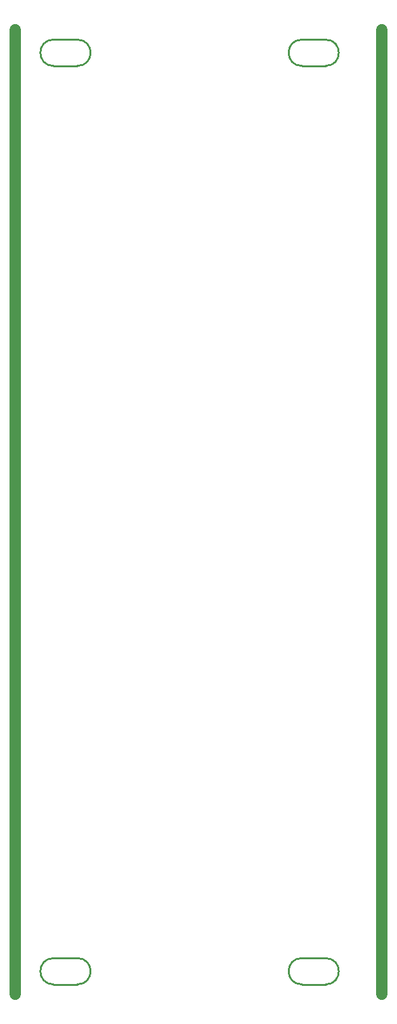
<source format=gbr>
G04 #@! TF.GenerationSoftware,KiCad,Pcbnew,(5.1.4-0-10_14)*
G04 #@! TF.CreationDate,2020-11-15T21:12:07-06:00*
G04 #@! TF.ProjectId,CEM3340_PANEL,43454d33-3334-4305-9f50-414e454c2e6b,rev?*
G04 #@! TF.SameCoordinates,Original*
G04 #@! TF.FileFunction,Soldermask,Top*
G04 #@! TF.FilePolarity,Negative*
%FSLAX46Y46*%
G04 Gerber Fmt 4.6, Leading zero omitted, Abs format (unit mm)*
G04 Created by KiCad (PCBNEW (5.1.4-0-10_14)) date 2020-11-15 21:12:07*
%MOMM*%
%LPD*%
G04 APERTURE LIST*
%ADD10C,0.250000*%
%ADD11C,1.500000*%
G04 APERTURE END LIST*
D10*
X93840000Y-155680000D02*
X97040000Y-155680000D01*
X97040000Y-152180000D02*
G75*
G02X97040000Y-155680000I0J-1750000D01*
G01*
X93840000Y-155680000D02*
G75*
G02X93840000Y-152180000I0J1750000D01*
G01*
X93840000Y-152180000D02*
X97040000Y-152180000D01*
X60700000Y-155680000D02*
X63900000Y-155680000D01*
X63900000Y-152180000D02*
G75*
G02X63900000Y-155680000I0J-1750000D01*
G01*
X60700000Y-155680000D02*
G75*
G02X60700000Y-152180000I0J1750000D01*
G01*
X60700000Y-152180000D02*
X63900000Y-152180000D01*
X60700000Y-33180000D02*
X63900000Y-33180000D01*
X63900000Y-29680000D02*
G75*
G02X63900000Y-33180000I0J-1750000D01*
G01*
X60700000Y-33180000D02*
G75*
G02X60700000Y-29680000I0J1750000D01*
G01*
X60700000Y-29680000D02*
X63900000Y-29680000D01*
X97040000Y-29680000D02*
G75*
G02X97040000Y-33180000I0J-1750000D01*
G01*
X93840000Y-33180000D02*
G75*
G02X93840000Y-29680000I0J1750000D01*
G01*
X93840000Y-29680000D02*
X97040000Y-29680000D01*
X93840000Y-33180000D02*
X97040000Y-33180000D01*
D11*
X55570000Y-156960000D02*
X55570000Y-28400000D01*
X104540000Y-156960000D02*
X104530000Y-28400000D01*
M02*

</source>
